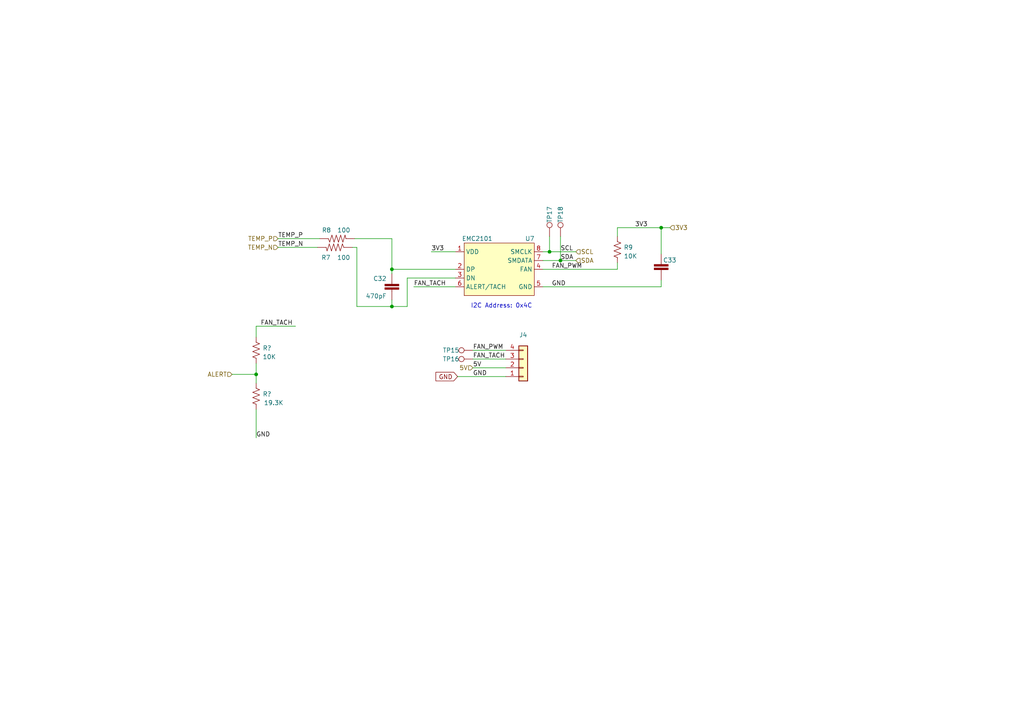
<source format=kicad_sch>
(kicad_sch (version 20211123) (generator eeschema)
  (paper "A4")
  (lib_symbols
    (symbol "Connector:TestPoint" (pin_numbers hide) (pin_names (offset 0.762) hide)
      (property "Reference" "TP" (at 0 6.858 0))
      (property "Value" "TestPoint" (at 0 5.08 0))
      (symbol "TestPoint_0_1"
        (circle (center 0 3.302) (radius 0.762))
      )
      (symbol "TestPoint_1_1"
        (pin passive line (at 0 0 90) (length 2.54) (name "1") (number "1"))
      )
    )
    (symbol "Connector_Generic:Conn_01x04" (pin_names (offset 1.016) hide)
      (property "Reference" "J" (at 0 5.08 0))
      (property "Value" "Conn_01x04" (at 0 -7.62 0))
      (symbol "Conn_01x04_1_1"
        (rectangle (start -1.27 -4.953) (end 0 -5.207) (stroke (width 0.1524)))
        (rectangle (start -1.27 -2.413) (end 0 -2.667) (stroke (width 0.1524)))
        (rectangle (start -1.27 0.127) (end 0 -0.127) (stroke (width 0.1524)))
        (rectangle (start -1.27 2.667) (end 0 2.413) (stroke (width 0.1524)))
        (rectangle (start -1.27 3.81) (end 1.27 -6.35) (stroke (width 0.254)) (fill (type background)))
        (pin passive line (at -5.08 2.54 0) (length 3.81) (name "Pin_1") (number "1"))
        (pin passive line (at -5.08 0 0) (length 3.81) (name "Pin_2") (number "2"))
        (pin passive line (at -5.08 -2.54 0) (length 3.81) (name "Pin_3") (number "3"))
        (pin passive line (at -5.08 -5.08 0) (length 3.81) (name "Pin_4") (number "4"))
      )
    )
    (symbol "DayMiner-eagle-import:CAP0402"
      (property "Reference" "C" (at 1.524 2.921 0))
      (property "Value" "CAP0402" (at 1.524 -2.159 0))
      (symbol "CAP0402_1_0"
        (rectangle (start -2.032 0.508) (end 2.032 1.016) (fill (type outline)))
        (rectangle (start -2.032 1.524) (end 2.032 2.032) (fill (type outline)))
        (polyline (pts (xy 0 0) (xy 0 0.508)) (stroke (width 0.1524)))
        (polyline (pts (xy 0 2.54) (xy 0 2.032)) (stroke (width 0.1524)))
        (pin passive line (at 0 5.08 270) (length 2.54) (name "1") (number "1"))
        (pin passive line (at 0 -2.54 90) (length 2.54) (name "2") (number "2"))
      )
    )
    (symbol "DayMiner-eagle-import:RESISTOR0402-RES"
      (property "Reference" "R" (at -3.81 1.4986 0))
      (property "Value" "RESISTOR0402-RES" (at -3.81 -3.302 0))
      (symbol "RESISTOR0402-RES_1_0"
        (polyline (pts (xy -2.54 0) (xy -2.159 1.016)) (stroke (width 0.1524)))
        (polyline (pts (xy -2.159 1.016) (xy -1.524 -1.016)) (stroke (width 0.1524)))
        (polyline (pts (xy -1.524 -1.016) (xy -0.889 1.016)) (stroke (width 0.1524)))
        (polyline (pts (xy -0.889 1.016) (xy -0.254 -1.016)) (stroke (width 0.1524)))
        (polyline (pts (xy -0.254 -1.016) (xy 0.381 1.016)) (stroke (width 0.1524)))
        (polyline (pts (xy 0.381 1.016) (xy 1.016 -1.016)) (stroke (width 0.1524)))
        (polyline (pts (xy 1.016 -1.016) (xy 1.651 1.016)) (stroke (width 0.1524)))
        (polyline (pts (xy 1.651 1.016) (xy 2.286 -1.016)) (stroke (width 0.1524)))
        (polyline (pts (xy 2.286 -1.016) (xy 2.54 0)) (stroke (width 0.1524)))
        (pin passive line (at -5.08 0 0) (length 2.54) (name "1") (number "1"))
        (pin passive line (at 5.08 0 180) (length 2.54) (name "2") (number "2"))
      )
    )
    (symbol "Device:R_US" (pin_numbers hide) (pin_names (offset 0))
      (property "Reference" "R" (at 2.54 0 90))
      (property "Value" "R_US" (at -2.54 0 90))
      (symbol "R_US_0_1"
        (polyline (pts (xy 0 -2.286) (xy 0 -2.54)))
        (polyline (pts (xy 0 2.286) (xy 0 2.54)))
        (polyline (pts (xy 0 -0.762) (xy 1.016 -1.143) (xy 0 -1.524) (xy -1.016 -1.905) (xy 0 -2.286)))
        (polyline (pts (xy 0 0.762) (xy 1.016 0.381) (xy 0 0) (xy -1.016 -0.381) (xy 0 -0.762)))
        (polyline (pts (xy 0 2.286) (xy 1.016 1.905) (xy 0 1.524) (xy -1.016 1.143) (xy 0 0.762)))
      )
      (symbol "R_US_1_1"
        (pin passive line (at 0 3.81 270) (length 1.27) (name "~") (number "1"))
        (pin passive line (at 0 -3.81 90) (length 1.27) (name "~") (number "2"))
      )
    )
    (symbol "dayminer:EMC2101"
      (property "Reference" "U" (at 8.89 8.89 0))
      (property "Value" "EMC2101" (at -6.35 8.89 0))
      (symbol "EMC2101_0_1"
        (rectangle (start -10.16 7.62) (end 10.16 -7.62) (stroke (width 0.1524)) (fill (type background)))
      )
      (symbol "EMC2101_1_1"
        (pin power_in line (at -12.7 5.08 0) (length 2.54) (name "VDD") (number "1"))
        (pin input line (at -12.7 0 0) (length 2.54) (name "DP") (number "2"))
        (pin input line (at -12.7 -2.54 0) (length 2.54) (name "DN") (number "3"))
        (pin output line (at 12.7 0 180) (length 2.54) (name "FAN") (number "4"))
        (pin power_in line (at 12.7 -5.08 180) (length 2.54) (name "GND") (number "5"))
        (pin input line (at -12.7 -5.08 0) (length 2.54) (name "ALERT/TACH") (number "6"))
        (pin input line (at 12.7 2.54 180) (length 2.54) (name "SMDATA") (number "7"))
        (pin input line (at 12.7 5.08 180) (length 2.54) (name "SMCLK") (number "8"))
      )
    )
  )
  (junction (at 162.56 75.565))
  (junction (at 113.665 78.105))
  (junction (at 74.295 108.585))
  (junction (at 191.77 66.04))
  (junction (at 159.385 73.025))
  (junction (at 113.665 88.9))
  (wire (pts (xy 157.48 73.025) (xy 159.385 73.025)))
  (wire (pts (xy 159.385 68.58) (xy 159.385 73.025)))
  (wire (pts (xy 137.16 104.14) (xy 146.685 104.14)))
  (wire (pts (xy 162.56 68.58) (xy 162.56 75.565)))
  (wire (pts (xy 80.645 71.755) (xy 92.075 71.755)))
  (wire (pts (xy 103.505 88.9) (xy 113.665 88.9)))
  (wire (pts (xy 179.07 66.04) (xy 191.77 66.04)))
  (wire (pts (xy 113.665 69.215) (xy 102.87 69.215)))
  (wire (pts (xy 194.31 66.04) (xy 191.77 66.04)))
  (wire (pts (xy 80.645 69.215) (xy 92.71 69.215)))
  (wire (pts (xy 132.715 109.22) (xy 146.685 109.22)))
  (wire (pts (xy 120.015 83.185) (xy 132.08 83.185)))
  (wire (pts (xy 162.56 75.565) (xy 167.005 75.565)))
  (wire (pts (xy 132.08 78.105) (xy 113.665 78.105)))
  (wire (pts (xy 125.095 73.025) (xy 132.08 73.025)))
  (wire (pts (xy 118.11 88.9) (xy 118.11 80.645)))
  (wire (pts (xy 191.77 81.28) (xy 191.77 83.185)))
  (wire (pts (xy 103.505 71.755) (xy 102.235 71.755)))
  (wire (pts (xy 113.665 78.105) (xy 113.665 79.375)))
  (wire (pts (xy 159.385 73.025) (xy 167.005 73.025)))
  (wire (pts (xy 74.295 105.41) (xy 74.295 108.585)))
  (wire (pts (xy 191.77 66.04) (xy 191.77 73.66)))
  (wire (pts (xy 113.665 78.105) (xy 113.665 69.215)))
  (wire (pts (xy 179.07 66.04) (xy 179.07 68.58)))
  (wire (pts (xy 113.665 88.9) (xy 118.11 88.9)))
  (wire (pts (xy 179.07 78.105) (xy 179.07 76.2)))
  (wire (pts (xy 74.295 108.585) (xy 74.295 111.125)))
  (wire (pts (xy 103.505 71.755) (xy 103.505 88.9)))
  (wire (pts (xy 137.16 101.6) (xy 146.685 101.6)))
  (wire (pts (xy 67.31 108.585) (xy 74.295 108.585)))
  (wire (pts (xy 157.48 83.185) (xy 191.77 83.185)))
  (wire (pts (xy 157.48 75.565) (xy 162.56 75.565)))
  (wire (pts (xy 74.295 97.79) (xy 74.295 94.615)))
  (wire (pts (xy 137.16 106.68) (xy 146.685 106.68)))
  (wire (pts (xy 157.48 78.105) (xy 179.07 78.105)))
  (wire (pts (xy 132.08 80.645) (xy 118.11 80.645)))
  (wire (pts (xy 113.665 86.995) (xy 113.665 88.9)))
  (wire (pts (xy 74.295 94.615) (xy 85.725 94.615)))
  (wire (pts (xy 74.295 118.745) (xy 74.295 127)))
  (text "I2C Address: 0x4C" (at 136.525 89.535 0) (effects (font (size 1.27 1.27)) (justify left bottom)))
  (label "GND" (at 74.295 127 0))
  (label "FAN_PWM" (at 160.02 78.105 0))
  (label "TEMP_P" (at 80.645 69.215 0))
  (label "GND" (at 160.02 83.185 0))
  (label "SCL" (at 162.56 73.025 0))
  (label "FAN_TACH" (at 120.015 83.185 0))
  (label "GND" (at 137.16 109.22 0))
  (label "FAN_PWM" (at 137.16 101.6 0))
  (label "3V3" (at 184.15 66.04 0))
  (label "3V3" (at 125.095 73.025 0))
  (label "TEMP_N" (at 80.645 71.755 0))
  (label "5V" (at 137.16 106.68 0))
  (label "SDA" (at 162.56 75.565 0))
  (label "FAN_TACH" (at 75.565 94.615 0))
  (label "FAN_TACH" (at 137.16 104.14 0))
  (global_label "GND" (shape input) (at 132.715 109.22 180) (property "Intersheet References" "${INTERSHEET_REFS}" (effects hide)))
  (hierarchical_label "5V" (shape input) (at 137.16 106.68 180))
  (hierarchical_label "TEMP_P" (shape input) (at 80.645 69.215 180))
  (hierarchical_label "ALERT" (shape input) (at 67.31 108.585 180))
  (hierarchical_label "SCL" (shape input) (at 167.005 73.025 0))
  (hierarchical_label "TEMP_N" (shape input) (at 80.645 71.755 180))
  (hierarchical_label "SDA" (shape input) (at 167.005 75.565 0))
  (hierarchical_label "3V3" (shape input) (at 194.31 66.04 0))
  (symbol (lib_id "Connector:TestPoint") (at 137.16 101.6 90) (mirror x) (unit 1)
    (property "Reference" "TP15" (at 130.81 101.6 90))
    (property "Value" "TestPoint" (effects hide))
    (property "Footprint" "TestPoint:TestPoint_Pad_D1.5mm" (effects hide))
    (property "DNP" "T" (effects hide))
  )
  (symbol (lib_id "DayMiner-eagle-import:CAP0402") (at 191.77 78.74 0) (mirror y) (unit 1)
    (property "Reference" "C33" (at 196.215 76.2 0) (effects (justify left bottom)))
    (property "Value" "0.1uF" (at 198.12 80.645 0) (effects (justify left bottom)))
    (property "Footprint" "Capacitor_SMD:C_0402_1005Metric" (effects hide))
    (property "Value" "311-3342-1-ND" (effects hide))
    (property "DK" "1292-1639-1-ND" (effects hide))
  )
  (symbol (lib_id "Device:R_US") (at 74.295 101.6 180) (unit 1)
    (property "Reference" "R?" (at 77.47 100.965 0))
    (property "Value" "10K" (at 78.105 103.505 0))
    (property "Footprint" "Resistor_SMD:R_0402_1005Metric" (effects hide))
    (property "DK" "YAG1346CT-ND" (effects hide))
  )
  (symbol (lib_id "DayMiner-eagle-import:RESISTOR0402-RES") (at 97.79 69.215 0) (mirror x) (unit 1)
    (property "Reference" "R8" (at 93.345 66.04 0) (effects (justify left bottom)))
    (property "Value" "100" (at 97.79 66.04 0) (effects (justify left bottom)))
    (property "Footprint" "Resistor_SMD:R_0402_1005Metric" (effects hide))
    (property "DK" "RMCF0402FT100RCT-ND" (effects hide))
  )
  (symbol (lib_id "Connector:TestPoint") (at 162.56 68.58 0) (mirror y) (unit 1)
    (property "Reference" "TP18" (at 162.56 62.23 90))
    (property "Value" "TestPoint" (effects hide))
    (property "Footprint" "TestPoint:TestPoint_Pad_D1.5mm" (effects hide))
    (property "DNP" "T" (effects hide))
  )
  (symbol (lib_id "Connector_Generic:Conn_01x04") (at 151.765 106.68 0) (mirror x) (unit 1)
    (property "Reference" "J4" (at 151.765 97.155 0))
    (property "Value" "Conn_01x04" (effects hide))
    (property "Footprint" "Connector_Molex:Molex_KK-254_AE-6410-04A_1x04_P2.54mm_Vertical" (effects hide))
    (property "PARTNO" "0022232041" (effects hide))
    (property "DK" "WM4202-ND" (effects hide))
  )
  (symbol (lib_id "Device:R_US") (at 74.295 114.935 180) (unit 1)
    (property "Reference" "R?" (at 77.47 114.3 0))
    (property "Value" "19.3K" (at 79.375 116.84 0))
    (property "Footprint" "Resistor_SMD:R_0402_1005Metric" (effects hide))
  )
  (symbol (lib_id "DayMiner-eagle-import:CAP0402") (at 113.665 84.455 0) (mirror y) (unit 1)
    (property "Reference" "C32" (at 112.141 81.534 0) (effects (justify left bottom)))
    (property "Value" "470pF" (at 112.141 86.614 0) (effects (justify left bottom)))
    (property "Footprint" "Capacitor_SMD:C_0402_1005Metric" (effects hide))
  )
  (symbol (lib_id "Connector:TestPoint") (at 137.16 104.14 90) (mirror x) (unit 1)
    (property "Reference" "TP16" (at 130.81 104.14 90))
    (property "Value" "TestPoint" (effects hide))
    (property "Footprint" "TestPoint:TestPoint_Pad_D1.5mm" (effects hide))
    (property "DNP" "T" (effects hide))
  )
  (symbol (lib_id "DayMiner-eagle-import:RESISTOR0402-RES") (at 97.155 71.755 0) (mirror y) (unit 1)
    (property "Reference" "R7" (at 95.885 75.435 0) (effects (justify left bottom)))
    (property "Value" "100" (at 101.6 75.435 0) (effects (justify left bottom)))
    (property "Footprint" "Resistor_SMD:R_0402_1005Metric" (effects hide))
    (property "DK" "RMCF0402FT100RCT-ND" (effects hide))
  )
  (symbol (lib_id "Connector:TestPoint") (at 159.385 68.58 0) (mirror y) (unit 1)
    (property "Reference" "TP17" (at 159.385 62.23 90))
    (property "Value" "TestPoint" (effects hide))
    (property "Footprint" "TestPoint:TestPoint_Pad_D1.5mm" (effects hide))
    (property "DNP" "T" (effects hide))
  )
  (symbol (lib_id "Device:R_US") (at 179.07 72.39 180) (unit 1)
    (property "Reference" "R9" (at 182.245 71.755 0))
    (property "Value" "10K" (at 182.88 74.295 0))
    (property "Footprint" "Resistor_SMD:R_0402_1005Metric" (effects hide))
    (property "DK" "YAG1346CT-ND" (effects hide))
  )
  (symbol (lib_id "dayminer:EMC2101") (at 144.78 78.105 0) (unit 1)
    (property "Reference" "U7" (at 153.67 69.215 0))
    (property "Value" "EMC2101" (at 138.43 69.215 0))
    (property "Footprint" "Package_SO:TSSOP-8_3x3mm_P0.65mm" (effects hide))
    (property "Datasheet" "https://ww1.microchip.com/downloads/en/DeviceDoc/2101.pdf" (effects hide))
    (property "DK" "EMC2101-R-ACZL-CT-ND" (effects hide))
    (property "PARTNO" "EMC2101-R-ACZL-TR" (effects hide))
  )
)
</source>
